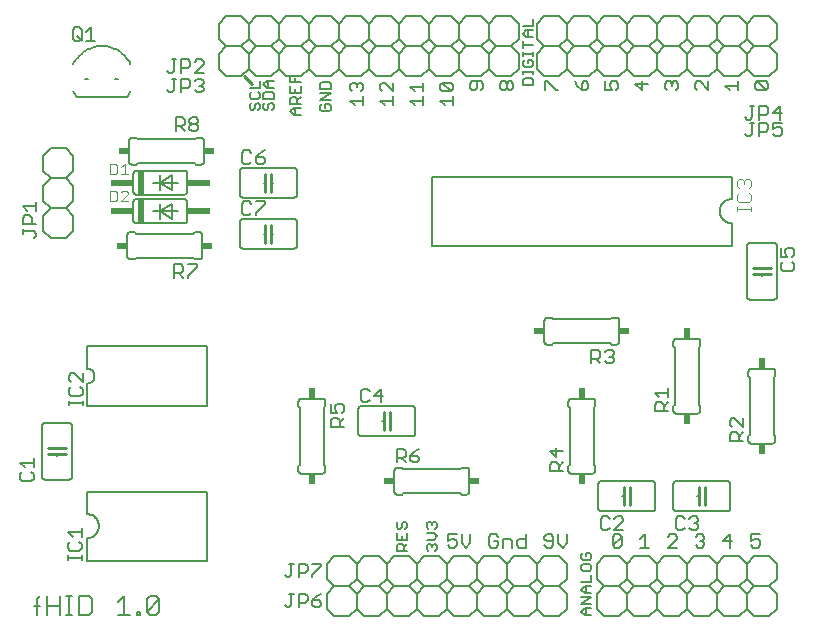
<source format=gtl>
G75*
G70*
%OFA0B0*%
%FSLAX24Y24*%
%IPPOS*%
%LPD*%
%AMOC8*
5,1,8,0,0,1.08239X$1,22.5*
%
%ADD10C,0.0100*%
%ADD11C,0.0060*%
%ADD12C,0.0050*%
%ADD13R,0.0240X0.0340*%
%ADD14R,0.0340X0.0240*%
%ADD15R,0.0200X0.0800*%
%ADD16R,0.0750X0.0200*%
%ADD17C,0.0040*%
D10*
X003886Y006050D02*
X004186Y006050D01*
X004486Y006050D01*
X004486Y006250D02*
X004186Y006250D01*
X003886Y006250D01*
X011136Y013100D02*
X011136Y013400D01*
X011136Y013700D01*
X011336Y013700D02*
X011336Y013400D01*
X011336Y013100D01*
X011336Y014800D02*
X011336Y015100D01*
X011336Y015400D01*
X011136Y015400D02*
X011136Y015100D01*
X011136Y014800D01*
X010686Y018400D02*
X010436Y018650D01*
X015086Y007450D02*
X015086Y007150D01*
X015086Y006850D01*
X015286Y006850D02*
X015286Y007150D01*
X015286Y007450D01*
X023086Y004950D02*
X023086Y004650D01*
X023086Y004350D01*
X023286Y004350D02*
X023286Y004650D01*
X023286Y004950D01*
X025586Y004950D02*
X025586Y004650D01*
X025586Y004350D01*
X025786Y004350D02*
X025786Y004650D01*
X025786Y004950D01*
X027386Y012050D02*
X027686Y012050D01*
X027986Y012050D01*
X027986Y012250D02*
X027686Y012250D01*
X027386Y012250D01*
D11*
X003630Y001000D02*
X003416Y001000D01*
X003523Y001214D02*
X003523Y000680D01*
X003846Y000680D02*
X003846Y001321D01*
X003630Y001321D02*
X003523Y001214D01*
X003846Y001000D02*
X004273Y001000D01*
X004273Y000680D02*
X004273Y001321D01*
X004491Y001321D02*
X004704Y001321D01*
X004597Y001321D02*
X004597Y000680D01*
X004491Y000680D02*
X004704Y000680D01*
X004920Y000680D02*
X005241Y000680D01*
X005347Y000787D01*
X005347Y001214D01*
X005241Y001321D01*
X004920Y001321D01*
X004920Y000680D01*
X006209Y000680D02*
X006636Y000680D01*
X006423Y000680D02*
X006423Y001321D01*
X006209Y001107D01*
X006854Y000787D02*
X006961Y000787D01*
X006961Y000680D01*
X006854Y000680D01*
X006854Y000787D01*
X007176Y000787D02*
X007176Y001214D01*
X007283Y001321D01*
X007496Y001321D01*
X007603Y001214D01*
X007176Y000787D01*
X007283Y000680D01*
X007496Y000680D01*
X007603Y000787D01*
X007603Y001214D01*
X009186Y002500D02*
X009186Y004800D01*
X005186Y004800D01*
X005186Y004050D01*
X005225Y004048D01*
X005264Y004042D01*
X005302Y004033D01*
X005339Y004020D01*
X005375Y004003D01*
X005408Y003983D01*
X005440Y003959D01*
X005469Y003933D01*
X005495Y003904D01*
X005519Y003872D01*
X005539Y003839D01*
X005556Y003803D01*
X005569Y003766D01*
X005578Y003728D01*
X005584Y003689D01*
X005586Y003650D01*
X005584Y003611D01*
X005578Y003572D01*
X005569Y003534D01*
X005556Y003497D01*
X005539Y003461D01*
X005519Y003428D01*
X005495Y003396D01*
X005469Y003367D01*
X005440Y003341D01*
X005408Y003317D01*
X005375Y003297D01*
X005339Y003280D01*
X005302Y003267D01*
X005264Y003258D01*
X005225Y003252D01*
X005186Y003250D01*
X005186Y002500D01*
X009186Y002500D01*
X013186Y002400D02*
X013186Y001900D01*
X013436Y001650D01*
X013936Y001650D01*
X014186Y001900D01*
X014436Y001650D01*
X014936Y001650D01*
X015186Y001900D01*
X015186Y002400D01*
X014936Y002650D01*
X014436Y002650D01*
X014186Y002400D01*
X014186Y001900D01*
X013936Y001650D02*
X014186Y001400D01*
X014436Y001650D01*
X014936Y001650D01*
X015186Y001400D01*
X015186Y000900D01*
X014936Y000650D01*
X014436Y000650D01*
X014186Y000900D01*
X013936Y000650D01*
X013436Y000650D01*
X013186Y000900D01*
X013186Y001400D01*
X013436Y001650D01*
X013936Y001650D01*
X014186Y001400D02*
X014186Y000900D01*
X015186Y000900D02*
X015436Y000650D01*
X015936Y000650D01*
X016186Y000900D01*
X016436Y000650D01*
X016936Y000650D01*
X017186Y000900D01*
X017436Y000650D01*
X017936Y000650D01*
X018186Y000900D01*
X018186Y001400D01*
X017936Y001650D01*
X017436Y001650D01*
X017186Y001900D01*
X016936Y001650D01*
X016436Y001650D01*
X016186Y001900D01*
X015936Y001650D01*
X015436Y001650D01*
X015186Y001900D01*
X015436Y001650D02*
X015936Y001650D01*
X016186Y001400D01*
X016436Y001650D01*
X016936Y001650D01*
X017186Y001400D01*
X017436Y001650D01*
X017936Y001650D01*
X018186Y001900D01*
X018186Y002400D01*
X017936Y002650D01*
X017436Y002650D01*
X017186Y002400D01*
X017186Y001900D01*
X017186Y001400D02*
X017186Y000900D01*
X016186Y000900D02*
X016186Y001400D01*
X016186Y001900D02*
X016186Y002400D01*
X016436Y002650D01*
X016936Y002650D01*
X017186Y002400D01*
X017290Y002930D02*
X017216Y003003D01*
X017290Y002930D02*
X017436Y002930D01*
X017510Y003003D01*
X017510Y003150D01*
X017436Y003224D01*
X017363Y003224D01*
X017216Y003150D01*
X017216Y003370D01*
X017510Y003370D01*
X017677Y003370D02*
X017677Y003077D01*
X017823Y002930D01*
X017970Y003077D01*
X017970Y003370D01*
X018597Y003297D02*
X018597Y003003D01*
X018671Y002930D01*
X018818Y002930D01*
X018891Y003003D01*
X018891Y003150D01*
X018744Y003150D01*
X018597Y003297D02*
X018671Y003370D01*
X018818Y003370D01*
X018891Y003297D01*
X019058Y003224D02*
X019278Y003224D01*
X019351Y003150D01*
X019351Y002930D01*
X019518Y003003D02*
X019518Y003150D01*
X019592Y003224D01*
X019812Y003224D01*
X019812Y003370D02*
X019812Y002930D01*
X019592Y002930D01*
X019518Y003003D01*
X019436Y002650D02*
X019186Y002400D01*
X019186Y001900D01*
X019436Y001650D01*
X019936Y001650D01*
X020186Y001900D01*
X020436Y001650D01*
X020936Y001650D01*
X021186Y001900D01*
X021186Y002400D01*
X020936Y002650D01*
X020436Y002650D01*
X020186Y002400D01*
X020186Y001900D01*
X019936Y001650D02*
X020186Y001400D01*
X020436Y001650D01*
X020936Y001650D01*
X021186Y001400D01*
X021186Y000900D01*
X020936Y000650D01*
X020436Y000650D01*
X020186Y000900D01*
X019936Y000650D01*
X019436Y000650D01*
X019186Y000900D01*
X018936Y000650D01*
X018436Y000650D01*
X018186Y000900D01*
X018186Y001400D02*
X018436Y001650D01*
X018186Y001900D01*
X018436Y001650D02*
X018936Y001650D01*
X019186Y001900D01*
X018936Y001650D02*
X019186Y001400D01*
X019436Y001650D01*
X019936Y001650D01*
X020186Y001400D02*
X020186Y000900D01*
X019186Y000900D02*
X019186Y001400D01*
X018936Y001650D02*
X018436Y001650D01*
X018186Y002400D02*
X018436Y002650D01*
X018936Y002650D01*
X019186Y002400D01*
X019436Y002650D02*
X019936Y002650D01*
X020186Y002400D01*
X020512Y002930D02*
X020659Y002930D01*
X020733Y003003D01*
X020733Y003297D01*
X020659Y003370D01*
X020512Y003370D01*
X020439Y003297D01*
X020439Y003224D01*
X020512Y003150D01*
X020733Y003150D01*
X020899Y003077D02*
X021046Y002930D01*
X021193Y003077D01*
X021193Y003370D01*
X020899Y003370D02*
X020899Y003077D01*
X020512Y002930D02*
X020439Y003003D01*
X021666Y002692D02*
X021666Y002578D01*
X021723Y002522D01*
X021950Y002522D01*
X022006Y002578D01*
X022006Y002692D01*
X021950Y002748D01*
X021836Y002748D01*
X021836Y002635D01*
X021723Y002748D02*
X021666Y002692D01*
X021723Y002380D02*
X021666Y002323D01*
X021666Y002210D01*
X021723Y002153D01*
X021950Y002153D01*
X022006Y002210D01*
X022006Y002323D01*
X021950Y002380D01*
X021723Y002380D01*
X022186Y002400D02*
X022436Y002650D01*
X022936Y002650D01*
X023186Y002400D01*
X023436Y002650D01*
X023936Y002650D01*
X024186Y002400D01*
X024186Y001900D01*
X023936Y001650D01*
X023436Y001650D01*
X023186Y001900D01*
X022936Y001650D01*
X022436Y001650D01*
X022186Y001900D01*
X022186Y002400D01*
X022006Y002012D02*
X022006Y001785D01*
X021666Y001785D01*
X021779Y001643D02*
X022006Y001643D01*
X021836Y001643D02*
X021836Y001417D01*
X021779Y001417D02*
X022006Y001417D01*
X022006Y001275D02*
X021666Y001275D01*
X021779Y001417D02*
X021666Y001530D01*
X021779Y001643D01*
X022006Y001275D02*
X021666Y001048D01*
X022006Y001048D01*
X022006Y000907D02*
X021779Y000907D01*
X021666Y000793D01*
X021779Y000680D01*
X022006Y000680D01*
X021836Y000680D02*
X021836Y000907D01*
X022186Y000900D02*
X022436Y000650D01*
X022936Y000650D01*
X023186Y000900D01*
X023436Y000650D01*
X023936Y000650D01*
X024186Y000900D01*
X024186Y001400D01*
X023936Y001650D01*
X023436Y001650D01*
X023186Y001400D01*
X023186Y000900D01*
X023186Y001400D02*
X022936Y001650D01*
X022436Y001650D01*
X022186Y001400D01*
X022186Y000900D01*
X023186Y001900D02*
X023186Y002400D01*
X022936Y002930D02*
X022790Y002930D01*
X022716Y003003D01*
X023010Y003297D01*
X023010Y003003D01*
X022936Y002930D01*
X022716Y003003D02*
X022716Y003297D01*
X022790Y003370D01*
X022936Y003370D01*
X023010Y003297D01*
X023637Y003224D02*
X023784Y003370D01*
X023784Y002930D01*
X023637Y002930D02*
X023931Y002930D01*
X024436Y002650D02*
X024936Y002650D01*
X025186Y002400D01*
X025436Y002650D01*
X025936Y002650D01*
X026186Y002400D01*
X026436Y002650D01*
X026936Y002650D01*
X027186Y002400D01*
X027436Y002650D01*
X027936Y002650D01*
X028186Y002400D01*
X028186Y001900D01*
X027936Y001650D01*
X027436Y001650D01*
X027186Y001900D01*
X026936Y001650D01*
X026436Y001650D01*
X026186Y001900D01*
X025936Y001650D01*
X025436Y001650D01*
X025186Y001900D01*
X024936Y001650D01*
X024436Y001650D01*
X024186Y001900D01*
X024436Y001650D02*
X024936Y001650D01*
X025186Y001400D01*
X025436Y001650D01*
X025936Y001650D01*
X026186Y001400D01*
X026436Y001650D01*
X026936Y001650D01*
X027186Y001400D01*
X027436Y001650D01*
X027936Y001650D01*
X028186Y001400D01*
X028186Y000900D01*
X027936Y000650D01*
X027436Y000650D01*
X027186Y000900D01*
X026936Y000650D01*
X026436Y000650D01*
X026186Y000900D01*
X025936Y000650D01*
X025436Y000650D01*
X025186Y000900D01*
X024936Y000650D01*
X024436Y000650D01*
X024186Y000900D01*
X024186Y001400D02*
X024436Y001650D01*
X025186Y001400D02*
X025186Y000900D01*
X026186Y000900D02*
X026186Y001400D01*
X026186Y001900D02*
X026186Y002400D01*
X026620Y002930D02*
X026620Y003370D01*
X026399Y003150D01*
X026693Y003150D01*
X027320Y003150D02*
X027467Y003224D01*
X027540Y003224D01*
X027614Y003150D01*
X027614Y003003D01*
X027540Y002930D01*
X027394Y002930D01*
X027320Y003003D01*
X027320Y003150D02*
X027320Y003370D01*
X027614Y003370D01*
X027186Y002400D02*
X027186Y001900D01*
X027186Y001400D02*
X027186Y000900D01*
X025186Y001900D02*
X025186Y002400D01*
X024851Y002930D02*
X024558Y002930D01*
X024851Y003224D01*
X024851Y003297D01*
X024778Y003370D01*
X024631Y003370D01*
X024558Y003297D01*
X024436Y002650D02*
X024186Y002400D01*
X025479Y003003D02*
X025552Y002930D01*
X025699Y002930D01*
X025772Y003003D01*
X025772Y003077D01*
X025699Y003150D01*
X025625Y003150D01*
X025699Y003150D02*
X025772Y003224D01*
X025772Y003297D01*
X025699Y003370D01*
X025552Y003370D01*
X025479Y003297D01*
X024836Y004150D02*
X026536Y004150D01*
X026553Y004152D01*
X026570Y004156D01*
X026586Y004163D01*
X026600Y004173D01*
X026613Y004186D01*
X026623Y004200D01*
X026630Y004216D01*
X026634Y004233D01*
X026636Y004250D01*
X026636Y005050D01*
X026634Y005067D01*
X026630Y005084D01*
X026623Y005100D01*
X026613Y005114D01*
X026600Y005127D01*
X026586Y005137D01*
X026570Y005144D01*
X026553Y005148D01*
X026536Y005150D01*
X024836Y005150D01*
X024819Y005148D01*
X024802Y005144D01*
X024786Y005137D01*
X024772Y005127D01*
X024759Y005114D01*
X024749Y005100D01*
X024742Y005084D01*
X024738Y005067D01*
X024736Y005050D01*
X024736Y004250D01*
X024738Y004233D01*
X024742Y004216D01*
X024749Y004200D01*
X024759Y004186D01*
X024772Y004173D01*
X024786Y004163D01*
X024802Y004156D01*
X024819Y004152D01*
X024836Y004150D01*
X025536Y004650D02*
X025586Y004650D01*
X025786Y004650D02*
X025836Y004650D01*
X024136Y004250D02*
X024136Y005050D01*
X024134Y005067D01*
X024130Y005084D01*
X024123Y005100D01*
X024113Y005114D01*
X024100Y005127D01*
X024086Y005137D01*
X024070Y005144D01*
X024053Y005148D01*
X024036Y005150D01*
X022336Y005150D01*
X022319Y005148D01*
X022302Y005144D01*
X022286Y005137D01*
X022272Y005127D01*
X022259Y005114D01*
X022249Y005100D01*
X022242Y005084D01*
X022238Y005067D01*
X022236Y005050D01*
X022236Y004250D01*
X022238Y004233D01*
X022242Y004216D01*
X022249Y004200D01*
X022259Y004186D01*
X022272Y004173D01*
X022286Y004163D01*
X022302Y004156D01*
X022319Y004152D01*
X022336Y004150D01*
X024036Y004150D01*
X024053Y004152D01*
X024070Y004156D01*
X024086Y004163D01*
X024100Y004173D01*
X024113Y004186D01*
X024123Y004200D01*
X024130Y004216D01*
X024134Y004233D01*
X024136Y004250D01*
X023336Y004650D02*
X023286Y004650D01*
X023086Y004650D02*
X023036Y004650D01*
X022136Y005500D02*
X022136Y005650D01*
X022086Y005700D01*
X022086Y007600D01*
X022136Y007650D01*
X022136Y007800D01*
X022134Y007817D01*
X022130Y007834D01*
X022123Y007850D01*
X022113Y007864D01*
X022100Y007877D01*
X022086Y007887D01*
X022070Y007894D01*
X022053Y007898D01*
X022036Y007900D01*
X021336Y007900D01*
X021319Y007898D01*
X021302Y007894D01*
X021286Y007887D01*
X021272Y007877D01*
X021259Y007864D01*
X021249Y007850D01*
X021242Y007834D01*
X021238Y007817D01*
X021236Y007800D01*
X021236Y007650D01*
X021286Y007600D01*
X021286Y005700D01*
X021236Y005650D01*
X021236Y005500D01*
X021238Y005483D01*
X021242Y005466D01*
X021249Y005450D01*
X021259Y005436D01*
X021272Y005423D01*
X021286Y005413D01*
X021302Y005406D01*
X021319Y005402D01*
X021336Y005400D01*
X022036Y005400D01*
X022053Y005402D01*
X022070Y005406D01*
X022086Y005413D01*
X022100Y005423D01*
X022113Y005436D01*
X022123Y005450D01*
X022130Y005466D01*
X022134Y005483D01*
X022136Y005500D01*
X024836Y007400D02*
X025536Y007400D01*
X025553Y007402D01*
X025570Y007406D01*
X025586Y007413D01*
X025600Y007423D01*
X025613Y007436D01*
X025623Y007450D01*
X025630Y007466D01*
X025634Y007483D01*
X025636Y007500D01*
X025636Y007650D01*
X025586Y007700D01*
X025586Y009600D01*
X025636Y009650D01*
X025636Y009800D01*
X025634Y009817D01*
X025630Y009834D01*
X025623Y009850D01*
X025613Y009864D01*
X025600Y009877D01*
X025586Y009887D01*
X025570Y009894D01*
X025553Y009898D01*
X025536Y009900D01*
X024836Y009900D01*
X024819Y009898D01*
X024802Y009894D01*
X024786Y009887D01*
X024772Y009877D01*
X024759Y009864D01*
X024749Y009850D01*
X024742Y009834D01*
X024738Y009817D01*
X024736Y009800D01*
X024736Y009650D01*
X024786Y009600D01*
X024786Y007700D01*
X024736Y007650D01*
X024736Y007500D01*
X024738Y007483D01*
X024742Y007466D01*
X024749Y007450D01*
X024759Y007436D01*
X024772Y007423D01*
X024786Y007413D01*
X024802Y007406D01*
X024819Y007402D01*
X024836Y007400D01*
X027236Y006650D02*
X027236Y006500D01*
X027238Y006483D01*
X027242Y006466D01*
X027249Y006450D01*
X027259Y006436D01*
X027272Y006423D01*
X027286Y006413D01*
X027302Y006406D01*
X027319Y006402D01*
X027336Y006400D01*
X028036Y006400D01*
X028053Y006402D01*
X028070Y006406D01*
X028086Y006413D01*
X028100Y006423D01*
X028113Y006436D01*
X028123Y006450D01*
X028130Y006466D01*
X028134Y006483D01*
X028136Y006500D01*
X028136Y006650D01*
X028086Y006700D01*
X028086Y008600D01*
X028136Y008650D01*
X028136Y008800D01*
X028134Y008817D01*
X028130Y008834D01*
X028123Y008850D01*
X028113Y008864D01*
X028100Y008877D01*
X028086Y008887D01*
X028070Y008894D01*
X028053Y008898D01*
X028036Y008900D01*
X027336Y008900D01*
X027319Y008898D01*
X027302Y008894D01*
X027286Y008887D01*
X027272Y008877D01*
X027259Y008864D01*
X027249Y008850D01*
X027242Y008834D01*
X027238Y008817D01*
X027236Y008800D01*
X027236Y008650D01*
X027286Y008600D01*
X027286Y006700D01*
X027236Y006650D01*
X022936Y009800D02*
X022936Y010500D01*
X022934Y010517D01*
X022930Y010534D01*
X022923Y010550D01*
X022913Y010564D01*
X022900Y010577D01*
X022886Y010587D01*
X022870Y010594D01*
X022853Y010598D01*
X022836Y010600D01*
X022686Y010600D01*
X022636Y010550D01*
X020736Y010550D01*
X020686Y010600D01*
X020536Y010600D01*
X020519Y010598D01*
X020502Y010594D01*
X020486Y010587D01*
X020472Y010577D01*
X020459Y010564D01*
X020449Y010550D01*
X020442Y010534D01*
X020438Y010517D01*
X020436Y010500D01*
X020436Y009800D01*
X020438Y009783D01*
X020442Y009766D01*
X020449Y009750D01*
X020459Y009736D01*
X020472Y009723D01*
X020486Y009713D01*
X020502Y009706D01*
X020519Y009702D01*
X020536Y009700D01*
X020686Y009700D01*
X020736Y009750D01*
X022636Y009750D01*
X022686Y009700D01*
X022836Y009700D01*
X022853Y009702D01*
X022870Y009706D01*
X022886Y009713D01*
X022900Y009723D01*
X022913Y009736D01*
X022923Y009750D01*
X022930Y009766D01*
X022934Y009783D01*
X022936Y009800D01*
X027186Y011300D02*
X027186Y013000D01*
X027188Y013017D01*
X027192Y013034D01*
X027199Y013050D01*
X027209Y013064D01*
X027222Y013077D01*
X027236Y013087D01*
X027252Y013094D01*
X027269Y013098D01*
X027286Y013100D01*
X028086Y013100D01*
X028103Y013098D01*
X028120Y013094D01*
X028136Y013087D01*
X028150Y013077D01*
X028163Y013064D01*
X028173Y013050D01*
X028180Y013034D01*
X028184Y013017D01*
X028186Y013000D01*
X028186Y011300D01*
X028184Y011283D01*
X028180Y011266D01*
X028173Y011250D01*
X028163Y011236D01*
X028150Y011223D01*
X028136Y011213D01*
X028120Y011206D01*
X028103Y011202D01*
X028086Y011200D01*
X027286Y011200D01*
X027269Y011202D01*
X027252Y011206D01*
X027236Y011213D01*
X027222Y011223D01*
X027209Y011236D01*
X027199Y011250D01*
X027192Y011266D01*
X027188Y011283D01*
X027186Y011300D01*
X027686Y012000D02*
X027686Y012050D01*
X027686Y012250D02*
X027686Y012300D01*
X026686Y013000D02*
X026686Y013750D01*
X026647Y013752D01*
X026608Y013758D01*
X026570Y013767D01*
X026533Y013780D01*
X026497Y013797D01*
X026464Y013817D01*
X026432Y013841D01*
X026403Y013867D01*
X026377Y013896D01*
X026353Y013928D01*
X026333Y013961D01*
X026316Y013997D01*
X026303Y014034D01*
X026294Y014072D01*
X026288Y014111D01*
X026286Y014150D01*
X026288Y014189D01*
X026294Y014228D01*
X026303Y014266D01*
X026316Y014303D01*
X026333Y014339D01*
X026353Y014372D01*
X026377Y014404D01*
X026403Y014433D01*
X026432Y014459D01*
X026464Y014483D01*
X026497Y014503D01*
X026533Y014520D01*
X026570Y014533D01*
X026608Y014542D01*
X026647Y014548D01*
X026686Y014550D01*
X026686Y015300D01*
X016686Y015300D01*
X016686Y013000D01*
X026686Y013000D01*
X026613Y018180D02*
X026466Y018327D01*
X026906Y018327D01*
X026906Y018180D02*
X026906Y018474D01*
X026936Y018650D02*
X026436Y018650D01*
X026186Y018900D01*
X025936Y018650D01*
X025436Y018650D01*
X025186Y018900D01*
X024936Y018650D01*
X024436Y018650D01*
X024186Y018900D01*
X023936Y018650D01*
X023436Y018650D01*
X023186Y018900D01*
X022936Y018650D01*
X022436Y018650D01*
X022186Y018900D01*
X021936Y018650D01*
X021436Y018650D01*
X021186Y018900D01*
X020936Y018650D01*
X020436Y018650D01*
X020186Y018900D01*
X020186Y019400D01*
X020436Y019650D01*
X020936Y019650D01*
X021186Y019400D01*
X021436Y019650D01*
X021936Y019650D01*
X022186Y019400D01*
X022186Y018900D01*
X022466Y018474D02*
X022466Y018180D01*
X022686Y018180D01*
X022613Y018327D01*
X022613Y018400D01*
X022686Y018474D01*
X022833Y018474D01*
X022906Y018400D01*
X022906Y018253D01*
X022833Y018180D01*
X023466Y018400D02*
X023686Y018180D01*
X023686Y018474D01*
X023906Y018400D02*
X023466Y018400D01*
X023186Y018900D02*
X023186Y019400D01*
X023436Y019650D01*
X023936Y019650D01*
X024186Y019400D01*
X024436Y019650D01*
X024936Y019650D01*
X025186Y019400D01*
X025186Y018900D01*
X024833Y018474D02*
X024760Y018474D01*
X024686Y018400D01*
X024686Y018327D01*
X024686Y018400D02*
X024613Y018474D01*
X024539Y018474D01*
X024466Y018400D01*
X024466Y018253D01*
X024539Y018180D01*
X024833Y018180D02*
X024906Y018253D01*
X024906Y018400D01*
X024833Y018474D01*
X025466Y018400D02*
X025466Y018253D01*
X025539Y018180D01*
X025466Y018400D02*
X025539Y018474D01*
X025613Y018474D01*
X025906Y018180D01*
X025906Y018474D01*
X026186Y018900D02*
X026186Y019400D01*
X026436Y019650D01*
X026936Y019650D01*
X027186Y019400D01*
X027436Y019650D01*
X027936Y019650D01*
X028186Y019400D01*
X028186Y018900D01*
X027936Y018650D01*
X027436Y018650D01*
X027186Y018900D01*
X026936Y018650D01*
X027186Y018900D02*
X027186Y019400D01*
X026936Y019650D02*
X026436Y019650D01*
X026186Y019900D01*
X025936Y019650D01*
X026186Y019400D01*
X025936Y019650D02*
X025436Y019650D01*
X025186Y019400D01*
X024936Y019650D02*
X024436Y019650D01*
X024186Y019900D01*
X023936Y019650D01*
X023436Y019650D01*
X023186Y019900D01*
X022936Y019650D01*
X023186Y019400D01*
X022936Y019650D02*
X022436Y019650D01*
X022186Y019400D01*
X021936Y019650D02*
X021436Y019650D01*
X021186Y019900D01*
X020936Y019650D01*
X020436Y019650D01*
X020186Y019900D01*
X020186Y020400D01*
X020436Y020650D01*
X020936Y020650D01*
X021186Y020400D01*
X021436Y020650D01*
X021936Y020650D01*
X022186Y020400D01*
X022186Y019900D01*
X021936Y019650D01*
X022186Y019900D02*
X022436Y019650D01*
X022936Y019650D01*
X023186Y019900D02*
X023186Y020400D01*
X023436Y020650D01*
X023936Y020650D01*
X024186Y020400D01*
X024436Y020650D01*
X024936Y020650D01*
X025186Y020400D01*
X025186Y019900D01*
X024936Y019650D01*
X025186Y019900D02*
X025436Y019650D01*
X025936Y019650D01*
X026186Y019900D02*
X026186Y020400D01*
X026436Y020650D01*
X026936Y020650D01*
X027186Y020400D01*
X027436Y020650D01*
X027936Y020650D01*
X028186Y020400D01*
X028186Y019900D01*
X027936Y019650D01*
X027436Y019650D01*
X027186Y019900D01*
X026936Y019650D01*
X027186Y019900D02*
X027186Y020400D01*
X026186Y020400D02*
X025936Y020650D01*
X025436Y020650D01*
X025186Y020400D01*
X024186Y020400D02*
X024186Y019900D01*
X024186Y019400D02*
X024186Y018900D01*
X023186Y020400D02*
X022936Y020650D01*
X022436Y020650D01*
X022186Y020400D01*
X021186Y020400D02*
X021186Y019900D01*
X021186Y019400D02*
X021186Y018900D01*
X021466Y018474D02*
X021539Y018327D01*
X021686Y018180D01*
X021686Y018400D01*
X021760Y018474D01*
X021833Y018474D01*
X021906Y018400D01*
X021906Y018253D01*
X021833Y018180D01*
X021686Y018180D01*
X020906Y018180D02*
X020833Y018180D01*
X020539Y018474D01*
X020466Y018474D01*
X020466Y018180D01*
X020056Y018347D02*
X020056Y018517D01*
X020000Y018574D01*
X019773Y018574D01*
X019716Y018517D01*
X019716Y018347D01*
X020056Y018347D01*
X020056Y018716D02*
X020056Y018829D01*
X020056Y018772D02*
X019716Y018772D01*
X019716Y018716D02*
X019716Y018829D01*
X019773Y018961D02*
X020000Y018961D01*
X020056Y019018D01*
X020056Y019131D01*
X020000Y019188D01*
X019886Y019188D01*
X019886Y019075D01*
X019773Y019188D02*
X019716Y019131D01*
X019716Y019018D01*
X019773Y018961D01*
X019586Y018900D02*
X019336Y018650D01*
X018836Y018650D01*
X018586Y018900D01*
X018336Y018650D01*
X017836Y018650D01*
X017586Y018900D01*
X017586Y019400D01*
X017836Y019650D01*
X018336Y019650D01*
X018586Y019400D01*
X018836Y019650D01*
X019336Y019650D01*
X019586Y019400D01*
X019586Y018900D01*
X019716Y019330D02*
X019716Y019443D01*
X019716Y019386D02*
X020056Y019386D01*
X020056Y019330D02*
X020056Y019443D01*
X020056Y019688D02*
X019716Y019688D01*
X019716Y019575D02*
X019716Y019802D01*
X019586Y019900D02*
X019336Y019650D01*
X018836Y019650D01*
X018586Y019900D01*
X018336Y019650D01*
X017836Y019650D01*
X017586Y019900D01*
X017586Y020400D01*
X017836Y020650D01*
X018336Y020650D01*
X018586Y020400D01*
X018836Y020650D01*
X019336Y020650D01*
X019586Y020400D01*
X019586Y019900D01*
X019716Y020057D02*
X019829Y020170D01*
X020056Y020170D01*
X020056Y020312D02*
X019716Y020312D01*
X019886Y020170D02*
X019886Y019943D01*
X019829Y019943D02*
X019716Y020057D01*
X019829Y019943D02*
X020056Y019943D01*
X020056Y020312D02*
X020056Y020539D01*
X018586Y020400D02*
X018586Y019900D01*
X018586Y019400D02*
X018586Y018900D01*
X018333Y018474D02*
X018039Y018474D01*
X017966Y018400D01*
X017966Y018253D01*
X018039Y018180D01*
X018113Y018180D01*
X018186Y018253D01*
X018186Y018474D01*
X018333Y018474D02*
X018406Y018400D01*
X018406Y018253D01*
X018333Y018180D01*
X018966Y018253D02*
X018966Y018400D01*
X019039Y018474D01*
X019113Y018474D01*
X019186Y018400D01*
X019186Y018253D01*
X019113Y018180D01*
X019039Y018180D01*
X018966Y018253D01*
X019186Y018253D02*
X019260Y018180D01*
X019333Y018180D01*
X019406Y018253D01*
X019406Y018400D01*
X019333Y018474D01*
X019260Y018474D01*
X019186Y018400D01*
X017586Y018900D02*
X017336Y018650D01*
X016836Y018650D01*
X016586Y018900D01*
X016336Y018650D01*
X015836Y018650D01*
X015586Y018900D01*
X015336Y018650D01*
X014836Y018650D01*
X014586Y018900D01*
X014586Y019400D01*
X014836Y019650D01*
X015336Y019650D01*
X015586Y019400D01*
X015836Y019650D01*
X016336Y019650D01*
X016586Y019400D01*
X016836Y019650D01*
X017336Y019650D01*
X017586Y019400D01*
X017336Y019650D02*
X016836Y019650D01*
X016586Y019900D01*
X016336Y019650D01*
X015836Y019650D01*
X015586Y019900D01*
X015336Y019650D01*
X014836Y019650D01*
X014586Y019900D01*
X014586Y020400D01*
X014836Y020650D01*
X015336Y020650D01*
X015586Y020400D01*
X015836Y020650D01*
X016336Y020650D01*
X016586Y020400D01*
X016836Y020650D01*
X017336Y020650D01*
X017586Y020400D01*
X017586Y019900D02*
X017336Y019650D01*
X016586Y019900D02*
X016586Y020400D01*
X015586Y020400D02*
X015586Y019900D01*
X015586Y019400D02*
X015586Y018900D01*
X015406Y018434D02*
X015406Y018140D01*
X015113Y018434D01*
X015039Y018434D01*
X014966Y018361D01*
X014966Y018214D01*
X015039Y018140D01*
X015406Y017974D02*
X015406Y017680D01*
X015406Y017827D02*
X014966Y017827D01*
X015113Y017680D01*
X014406Y017680D02*
X014406Y017974D01*
X014406Y017827D02*
X013966Y017827D01*
X014113Y017680D01*
X014039Y018140D02*
X013966Y018214D01*
X013966Y018361D01*
X014039Y018434D01*
X014113Y018434D01*
X014186Y018361D01*
X014260Y018434D01*
X014333Y018434D01*
X014406Y018361D01*
X014406Y018214D01*
X014333Y018140D01*
X014186Y018287D02*
X014186Y018361D01*
X014336Y018650D02*
X013836Y018650D01*
X013586Y018900D01*
X013336Y018650D01*
X012836Y018650D01*
X012586Y018900D01*
X012336Y018650D01*
X011836Y018650D01*
X011586Y018900D01*
X011586Y019400D01*
X011836Y019650D01*
X012336Y019650D01*
X012586Y019400D01*
X012836Y019650D01*
X013336Y019650D01*
X013586Y019400D01*
X013836Y019650D01*
X014336Y019650D01*
X014586Y019400D01*
X014336Y019650D02*
X013836Y019650D01*
X013586Y019900D01*
X013336Y019650D01*
X012836Y019650D01*
X012586Y019900D01*
X012336Y019650D01*
X011836Y019650D01*
X011586Y019900D01*
X011586Y020400D01*
X011836Y020650D01*
X012336Y020650D01*
X012586Y020400D01*
X012836Y020650D01*
X013336Y020650D01*
X013586Y020400D01*
X013836Y020650D01*
X014336Y020650D01*
X014586Y020400D01*
X014586Y019900D02*
X014336Y019650D01*
X013586Y019900D02*
X013586Y020400D01*
X012586Y020400D02*
X012586Y019900D01*
X012586Y019400D02*
X012586Y018900D01*
X013586Y018900D02*
X013586Y019400D01*
X014336Y018650D02*
X014586Y018900D01*
X015966Y018287D02*
X016406Y018287D01*
X016406Y018140D02*
X016406Y018434D01*
X016113Y018140D02*
X015966Y018287D01*
X016406Y017974D02*
X016406Y017680D01*
X016406Y017827D02*
X015966Y017827D01*
X016113Y017680D01*
X016966Y017827D02*
X017406Y017827D01*
X017406Y017680D02*
X017406Y017974D01*
X017333Y018140D02*
X017039Y018140D01*
X016966Y018214D01*
X016966Y018361D01*
X017039Y018434D01*
X017333Y018140D01*
X017406Y018214D01*
X017406Y018361D01*
X017333Y018434D01*
X017039Y018434D01*
X016586Y018900D02*
X016586Y019400D01*
X016966Y017827D02*
X017113Y017680D01*
X012186Y015500D02*
X012186Y014700D01*
X012184Y014683D01*
X012180Y014666D01*
X012173Y014650D01*
X012163Y014636D01*
X012150Y014623D01*
X012136Y014613D01*
X012120Y014606D01*
X012103Y014602D01*
X012086Y014600D01*
X010386Y014600D01*
X010369Y014602D01*
X010352Y014606D01*
X010336Y014613D01*
X010322Y014623D01*
X010309Y014636D01*
X010299Y014650D01*
X010292Y014666D01*
X010288Y014683D01*
X010286Y014700D01*
X010286Y015500D01*
X010288Y015517D01*
X010292Y015534D01*
X010299Y015550D01*
X010309Y015564D01*
X010322Y015577D01*
X010336Y015587D01*
X010352Y015594D01*
X010369Y015598D01*
X010386Y015600D01*
X012086Y015600D01*
X012103Y015598D01*
X012120Y015594D01*
X012136Y015587D01*
X012150Y015577D01*
X012163Y015564D01*
X012173Y015550D01*
X012180Y015534D01*
X012184Y015517D01*
X012186Y015500D01*
X011386Y015100D02*
X011336Y015100D01*
X011136Y015100D02*
X011086Y015100D01*
X010386Y013900D02*
X012086Y013900D01*
X012103Y013898D01*
X012120Y013894D01*
X012136Y013887D01*
X012150Y013877D01*
X012163Y013864D01*
X012173Y013850D01*
X012180Y013834D01*
X012184Y013817D01*
X012186Y013800D01*
X012186Y013000D01*
X012184Y012983D01*
X012180Y012966D01*
X012173Y012950D01*
X012163Y012936D01*
X012150Y012923D01*
X012136Y012913D01*
X012120Y012906D01*
X012103Y012902D01*
X012086Y012900D01*
X010386Y012900D01*
X010369Y012902D01*
X010352Y012906D01*
X010336Y012913D01*
X010322Y012923D01*
X010309Y012936D01*
X010299Y012950D01*
X010292Y012966D01*
X010288Y012983D01*
X010286Y013000D01*
X010286Y013800D01*
X010288Y013817D01*
X010292Y013834D01*
X010299Y013850D01*
X010309Y013864D01*
X010322Y013877D01*
X010336Y013887D01*
X010352Y013894D01*
X010369Y013898D01*
X010386Y013900D01*
X011086Y013400D02*
X011136Y013400D01*
X011336Y013400D02*
X011386Y013400D01*
X009036Y013350D02*
X009036Y012650D01*
X009034Y012633D01*
X009030Y012616D01*
X009023Y012600D01*
X009013Y012586D01*
X009000Y012573D01*
X008986Y012563D01*
X008970Y012556D01*
X008953Y012552D01*
X008936Y012550D01*
X008786Y012550D01*
X008736Y012600D01*
X006836Y012600D01*
X006786Y012550D01*
X006636Y012550D01*
X006619Y012552D01*
X006602Y012556D01*
X006586Y012563D01*
X006572Y012573D01*
X006559Y012586D01*
X006549Y012600D01*
X006542Y012616D01*
X006538Y012633D01*
X006536Y012650D01*
X006536Y013350D01*
X006538Y013367D01*
X006542Y013384D01*
X006549Y013400D01*
X006559Y013414D01*
X006572Y013427D01*
X006586Y013437D01*
X006602Y013444D01*
X006619Y013448D01*
X006636Y013450D01*
X006786Y013450D01*
X006836Y013400D01*
X008736Y013400D01*
X008786Y013450D01*
X008936Y013450D01*
X008953Y013448D01*
X008970Y013444D01*
X008986Y013437D01*
X009000Y013427D01*
X009013Y013414D01*
X009023Y013400D01*
X009030Y013384D01*
X009034Y013367D01*
X009036Y013350D01*
X008436Y013750D02*
X006836Y013750D01*
X006819Y013752D01*
X006802Y013756D01*
X006786Y013763D01*
X006772Y013773D01*
X006759Y013786D01*
X006749Y013800D01*
X006742Y013816D01*
X006738Y013833D01*
X006736Y013850D01*
X006736Y014450D01*
X006738Y014467D01*
X006742Y014484D01*
X006749Y014500D01*
X006759Y014514D01*
X006772Y014527D01*
X006786Y014537D01*
X006802Y014544D01*
X006819Y014548D01*
X006836Y014550D01*
X008436Y014550D01*
X008453Y014548D01*
X008470Y014544D01*
X008486Y014537D01*
X008500Y014527D01*
X008513Y014514D01*
X008523Y014500D01*
X008530Y014484D01*
X008534Y014467D01*
X008536Y014450D01*
X008536Y013850D01*
X008534Y013833D01*
X008530Y013816D01*
X008523Y013800D01*
X008513Y013786D01*
X008500Y013773D01*
X008486Y013763D01*
X008470Y013756D01*
X008453Y013752D01*
X008436Y013750D01*
X008036Y013900D02*
X007636Y014150D01*
X007636Y013900D01*
X007636Y014150D02*
X007386Y014150D01*
X007636Y014150D02*
X007636Y014400D01*
X007636Y014150D02*
X008036Y014400D01*
X008036Y013900D01*
X008236Y014150D02*
X007636Y014150D01*
X007636Y014850D02*
X007636Y015100D01*
X007636Y015350D01*
X007636Y015100D02*
X008036Y015350D01*
X008036Y014850D01*
X007636Y015100D01*
X008236Y015100D01*
X008536Y014800D02*
X008534Y014783D01*
X008530Y014766D01*
X008523Y014750D01*
X008513Y014736D01*
X008500Y014723D01*
X008486Y014713D01*
X008470Y014706D01*
X008453Y014702D01*
X008436Y014700D01*
X006836Y014700D01*
X006819Y014702D01*
X006802Y014706D01*
X006786Y014713D01*
X006772Y014723D01*
X006759Y014736D01*
X006749Y014750D01*
X006742Y014766D01*
X006738Y014783D01*
X006736Y014800D01*
X006736Y015400D01*
X006738Y015417D01*
X006742Y015434D01*
X006749Y015450D01*
X006759Y015464D01*
X006772Y015477D01*
X006786Y015487D01*
X006802Y015494D01*
X006819Y015498D01*
X006836Y015500D01*
X008436Y015500D01*
X008453Y015498D01*
X008470Y015494D01*
X008486Y015487D01*
X008500Y015477D01*
X008513Y015464D01*
X008523Y015450D01*
X008530Y015434D01*
X008534Y015417D01*
X008536Y015400D01*
X008536Y014800D01*
X007636Y015100D02*
X007386Y015100D01*
X006836Y015700D02*
X006686Y015700D01*
X006669Y015702D01*
X006652Y015706D01*
X006636Y015713D01*
X006622Y015723D01*
X006609Y015736D01*
X006599Y015750D01*
X006592Y015766D01*
X006588Y015783D01*
X006586Y015800D01*
X006586Y016500D01*
X006588Y016517D01*
X006592Y016534D01*
X006599Y016550D01*
X006609Y016564D01*
X006622Y016577D01*
X006636Y016587D01*
X006652Y016594D01*
X006669Y016598D01*
X006686Y016600D01*
X006836Y016600D01*
X006886Y016550D01*
X008786Y016550D01*
X008836Y016600D01*
X008986Y016600D01*
X009003Y016598D01*
X009020Y016594D01*
X009036Y016587D01*
X009050Y016577D01*
X009063Y016564D01*
X009073Y016550D01*
X009080Y016534D01*
X009084Y016517D01*
X009086Y016500D01*
X009086Y015800D01*
X009084Y015783D01*
X009080Y015766D01*
X009073Y015750D01*
X009063Y015736D01*
X009050Y015723D01*
X009036Y015713D01*
X009020Y015706D01*
X009003Y015702D01*
X008986Y015700D01*
X008836Y015700D01*
X008786Y015750D01*
X006886Y015750D01*
X006836Y015700D01*
X004736Y015500D02*
X004486Y015250D01*
X004736Y015000D01*
X004736Y014500D01*
X004486Y014250D01*
X004736Y014000D01*
X004736Y013500D01*
X004486Y013250D01*
X003986Y013250D01*
X003736Y013500D01*
X003736Y014000D01*
X003986Y014250D01*
X003736Y014500D01*
X003736Y015000D01*
X003986Y015250D01*
X003736Y015500D01*
X003736Y016000D01*
X003986Y016250D01*
X004486Y016250D01*
X004736Y016000D01*
X004736Y015500D01*
X004486Y015250D02*
X003986Y015250D01*
X003986Y014250D02*
X004486Y014250D01*
X004861Y017950D02*
X006511Y017950D01*
X006239Y018550D02*
X006134Y018550D01*
X006640Y018162D02*
X006613Y018106D01*
X006582Y018052D01*
X006548Y018000D01*
X006511Y017950D01*
X006636Y019047D02*
X006607Y019104D01*
X006574Y019160D01*
X006539Y019213D01*
X006499Y019264D01*
X006457Y019312D01*
X006412Y019358D01*
X006365Y019401D01*
X006315Y019441D01*
X006262Y019478D01*
X006207Y019511D01*
X006151Y019542D01*
X006092Y019568D01*
X006032Y019591D01*
X005971Y019611D01*
X005909Y019626D01*
X005846Y019638D01*
X005782Y019646D01*
X005718Y019650D01*
X005654Y019650D01*
X005590Y019646D01*
X005526Y019638D01*
X005463Y019626D01*
X005401Y019611D01*
X005340Y019591D01*
X005280Y019568D01*
X005221Y019542D01*
X005165Y019511D01*
X005110Y019478D01*
X005057Y019441D01*
X005007Y019401D01*
X004960Y019358D01*
X004915Y019312D01*
X004873Y019264D01*
X004833Y019213D01*
X004798Y019160D01*
X004765Y019104D01*
X004736Y019047D01*
X005134Y018550D02*
X005239Y018550D01*
X004736Y018153D02*
X004763Y018099D01*
X004793Y018048D01*
X004826Y017998D01*
X004861Y017950D01*
X009586Y018900D02*
X009836Y018650D01*
X010336Y018650D01*
X010586Y018900D01*
X010586Y019400D01*
X010336Y019650D01*
X009836Y019650D01*
X009586Y019400D01*
X009586Y018900D01*
X010586Y018900D02*
X010836Y018650D01*
X011336Y018650D01*
X011586Y018900D01*
X011586Y019400D02*
X011336Y019650D01*
X010836Y019650D01*
X010586Y019400D01*
X010336Y019650D02*
X010586Y019900D01*
X010586Y020400D01*
X010336Y020650D01*
X009836Y020650D01*
X009586Y020400D01*
X009586Y019900D01*
X009836Y019650D01*
X010336Y019650D01*
X010586Y019900D02*
X010836Y019650D01*
X011336Y019650D01*
X011586Y019900D01*
X011586Y020400D02*
X011336Y020650D01*
X010836Y020650D01*
X010586Y020400D01*
X009186Y009650D02*
X005186Y009650D01*
X005186Y008900D01*
X005216Y008898D01*
X005246Y008893D01*
X005275Y008884D01*
X005302Y008871D01*
X005328Y008856D01*
X005352Y008837D01*
X005373Y008816D01*
X005392Y008792D01*
X005407Y008766D01*
X005420Y008739D01*
X005429Y008710D01*
X005434Y008680D01*
X005436Y008650D01*
X005434Y008620D01*
X005429Y008590D01*
X005420Y008561D01*
X005407Y008534D01*
X005392Y008508D01*
X005373Y008484D01*
X005352Y008463D01*
X005328Y008444D01*
X005302Y008429D01*
X005275Y008416D01*
X005246Y008407D01*
X005216Y008402D01*
X005186Y008400D01*
X005186Y007650D01*
X009186Y007650D01*
X009186Y009650D01*
X012236Y007800D02*
X012236Y007650D01*
X012286Y007600D01*
X012286Y005700D01*
X012236Y005650D01*
X012236Y005500D01*
X012238Y005483D01*
X012242Y005466D01*
X012249Y005450D01*
X012259Y005436D01*
X012272Y005423D01*
X012286Y005413D01*
X012302Y005406D01*
X012319Y005402D01*
X012336Y005400D01*
X013036Y005400D01*
X013053Y005402D01*
X013070Y005406D01*
X013086Y005413D01*
X013100Y005423D01*
X013113Y005436D01*
X013123Y005450D01*
X013130Y005466D01*
X013134Y005483D01*
X013136Y005500D01*
X013136Y005650D01*
X013086Y005700D01*
X013086Y007600D01*
X013136Y007650D01*
X013136Y007800D01*
X013134Y007817D01*
X013130Y007834D01*
X013123Y007850D01*
X013113Y007864D01*
X013100Y007877D01*
X013086Y007887D01*
X013070Y007894D01*
X013053Y007898D01*
X013036Y007900D01*
X012336Y007900D01*
X012319Y007898D01*
X012302Y007894D01*
X012286Y007887D01*
X012272Y007877D01*
X012259Y007864D01*
X012249Y007850D01*
X012242Y007834D01*
X012238Y007817D01*
X012236Y007800D01*
X014236Y007550D02*
X014236Y006750D01*
X014238Y006733D01*
X014242Y006716D01*
X014249Y006700D01*
X014259Y006686D01*
X014272Y006673D01*
X014286Y006663D01*
X014302Y006656D01*
X014319Y006652D01*
X014336Y006650D01*
X016036Y006650D01*
X016053Y006652D01*
X016070Y006656D01*
X016086Y006663D01*
X016100Y006673D01*
X016113Y006686D01*
X016123Y006700D01*
X016130Y006716D01*
X016134Y006733D01*
X016136Y006750D01*
X016136Y007550D01*
X016134Y007567D01*
X016130Y007584D01*
X016123Y007600D01*
X016113Y007614D01*
X016100Y007627D01*
X016086Y007637D01*
X016070Y007644D01*
X016053Y007648D01*
X016036Y007650D01*
X014336Y007650D01*
X014319Y007648D01*
X014302Y007644D01*
X014286Y007637D01*
X014272Y007627D01*
X014259Y007614D01*
X014249Y007600D01*
X014242Y007584D01*
X014238Y007567D01*
X014236Y007550D01*
X015036Y007150D02*
X015086Y007150D01*
X015286Y007150D02*
X015336Y007150D01*
X015536Y005600D02*
X015686Y005600D01*
X015736Y005550D01*
X017636Y005550D01*
X017686Y005600D01*
X017836Y005600D01*
X017853Y005598D01*
X017870Y005594D01*
X017886Y005587D01*
X017900Y005577D01*
X017913Y005564D01*
X017923Y005550D01*
X017930Y005534D01*
X017934Y005517D01*
X017936Y005500D01*
X017936Y004800D01*
X017934Y004783D01*
X017930Y004766D01*
X017923Y004750D01*
X017913Y004736D01*
X017900Y004723D01*
X017886Y004713D01*
X017870Y004706D01*
X017853Y004702D01*
X017836Y004700D01*
X017686Y004700D01*
X017636Y004750D01*
X015736Y004750D01*
X015686Y004700D01*
X015536Y004700D01*
X015519Y004702D01*
X015502Y004706D01*
X015486Y004713D01*
X015472Y004723D01*
X015459Y004736D01*
X015449Y004750D01*
X015442Y004766D01*
X015438Y004783D01*
X015436Y004800D01*
X015436Y005500D01*
X015438Y005517D01*
X015442Y005534D01*
X015449Y005550D01*
X015459Y005564D01*
X015472Y005577D01*
X015486Y005587D01*
X015502Y005594D01*
X015519Y005598D01*
X015536Y005600D01*
X019058Y003224D02*
X019058Y002930D01*
X016186Y002400D02*
X015936Y002650D01*
X015436Y002650D01*
X015186Y002400D01*
X014186Y002400D02*
X013936Y002650D01*
X013436Y002650D01*
X013186Y002400D01*
X015186Y001400D02*
X015436Y001650D01*
X004686Y005300D02*
X004686Y007000D01*
X004684Y007017D01*
X004680Y007034D01*
X004673Y007050D01*
X004663Y007064D01*
X004650Y007077D01*
X004636Y007087D01*
X004620Y007094D01*
X004603Y007098D01*
X004586Y007100D01*
X003786Y007100D01*
X003769Y007098D01*
X003752Y007094D01*
X003736Y007087D01*
X003722Y007077D01*
X003709Y007064D01*
X003699Y007050D01*
X003692Y007034D01*
X003688Y007017D01*
X003686Y007000D01*
X003686Y005300D01*
X003688Y005283D01*
X003692Y005266D01*
X003699Y005250D01*
X003709Y005236D01*
X003722Y005223D01*
X003736Y005213D01*
X003752Y005206D01*
X003769Y005202D01*
X003786Y005200D01*
X004586Y005200D01*
X004603Y005202D01*
X004620Y005206D01*
X004636Y005213D01*
X004650Y005223D01*
X004663Y005236D01*
X004673Y005250D01*
X004680Y005266D01*
X004684Y005283D01*
X004686Y005300D01*
X004186Y006000D02*
X004186Y006050D01*
X004186Y006250D02*
X004186Y006300D01*
X027466Y018253D02*
X027466Y018400D01*
X027539Y018474D01*
X027833Y018180D01*
X027906Y018253D01*
X027906Y018400D01*
X027833Y018474D01*
X027539Y018474D01*
X027466Y018253D02*
X027539Y018180D01*
X027833Y018180D01*
D12*
X027817Y017645D02*
X027592Y017645D01*
X027592Y017195D01*
X027592Y017095D02*
X027817Y017095D01*
X027892Y017020D01*
X027892Y016870D01*
X027817Y016795D01*
X027592Y016795D01*
X027592Y016645D02*
X027592Y017095D01*
X027432Y017095D02*
X027281Y017095D01*
X027356Y017095D02*
X027356Y016720D01*
X027281Y016645D01*
X027206Y016645D01*
X027131Y016720D01*
X027206Y017195D02*
X027281Y017195D01*
X027356Y017270D01*
X027356Y017645D01*
X027281Y017645D02*
X027432Y017645D01*
X027592Y017345D02*
X027817Y017345D01*
X027892Y017420D01*
X027892Y017570D01*
X027817Y017645D01*
X028052Y017420D02*
X028352Y017420D01*
X028277Y017195D02*
X028277Y017645D01*
X028052Y017420D01*
X028052Y017095D02*
X028052Y016870D01*
X028202Y016945D01*
X028277Y016945D01*
X028352Y016870D01*
X028352Y016720D01*
X028277Y016645D01*
X028127Y016645D01*
X028052Y016720D01*
X028052Y017095D02*
X028352Y017095D01*
X027206Y017195D02*
X027131Y017270D01*
X028311Y012915D02*
X028311Y012615D01*
X028536Y012615D01*
X028461Y012765D01*
X028461Y012840D01*
X028536Y012915D01*
X028686Y012915D01*
X028761Y012840D01*
X028761Y012690D01*
X028686Y012615D01*
X028686Y012454D02*
X028761Y012379D01*
X028761Y012229D01*
X028686Y012154D01*
X028386Y012154D01*
X028311Y012229D01*
X028311Y012379D01*
X028386Y012454D01*
X022751Y009450D02*
X022751Y009375D01*
X022676Y009300D01*
X022751Y009225D01*
X022751Y009150D01*
X022676Y009075D01*
X022526Y009075D01*
X022451Y009150D01*
X022291Y009075D02*
X022141Y009225D01*
X022216Y009225D02*
X021991Y009225D01*
X021991Y009075D02*
X021991Y009525D01*
X022216Y009525D01*
X022291Y009450D01*
X022291Y009300D01*
X022216Y009225D01*
X022451Y009450D02*
X022526Y009525D01*
X022676Y009525D01*
X022751Y009450D01*
X022676Y009300D02*
X022601Y009300D01*
X024111Y008086D02*
X024561Y008086D01*
X024561Y008236D02*
X024561Y007935D01*
X024561Y007775D02*
X024411Y007625D01*
X024411Y007700D02*
X024411Y007475D01*
X024561Y007475D02*
X024111Y007475D01*
X024111Y007700D01*
X024186Y007775D01*
X024336Y007775D01*
X024411Y007700D01*
X024261Y007935D02*
X024111Y008086D01*
X026611Y007161D02*
X026611Y007010D01*
X026686Y006935D01*
X026686Y006775D02*
X026836Y006775D01*
X026911Y006700D01*
X026911Y006475D01*
X026911Y006625D02*
X027061Y006775D01*
X027061Y006935D02*
X026761Y007236D01*
X026686Y007236D01*
X026611Y007161D01*
X027061Y007236D02*
X027061Y006935D01*
X026686Y006775D02*
X026611Y006700D01*
X026611Y006475D01*
X027061Y006475D01*
X025497Y003975D02*
X025347Y003975D01*
X025272Y003900D01*
X025112Y003900D02*
X025036Y003975D01*
X024886Y003975D01*
X024811Y003900D01*
X024811Y003600D01*
X024886Y003525D01*
X025036Y003525D01*
X025112Y003600D01*
X025272Y003600D02*
X025347Y003525D01*
X025497Y003525D01*
X025572Y003600D01*
X025572Y003675D01*
X025497Y003750D01*
X025422Y003750D01*
X025497Y003750D02*
X025572Y003825D01*
X025572Y003900D01*
X025497Y003975D01*
X023072Y003900D02*
X023072Y003825D01*
X022772Y003525D01*
X023072Y003525D01*
X023072Y003900D02*
X022997Y003975D01*
X022847Y003975D01*
X022772Y003900D01*
X022612Y003900D02*
X022536Y003975D01*
X022386Y003975D01*
X022311Y003900D01*
X022311Y003600D01*
X022386Y003525D01*
X022536Y003525D01*
X022612Y003600D01*
X021061Y005475D02*
X020611Y005475D01*
X020611Y005700D01*
X020686Y005775D01*
X020836Y005775D01*
X020911Y005700D01*
X020911Y005475D01*
X020911Y005625D02*
X021061Y005775D01*
X020836Y005935D02*
X020611Y006161D01*
X021061Y006161D01*
X020836Y006236D02*
X020836Y005935D01*
X016861Y003737D02*
X016861Y003620D01*
X016803Y003562D01*
X016745Y003427D02*
X016511Y003427D01*
X016569Y003562D02*
X016511Y003620D01*
X016511Y003737D01*
X016569Y003795D01*
X016628Y003795D01*
X016686Y003737D01*
X016745Y003795D01*
X016803Y003795D01*
X016861Y003737D01*
X016686Y003737D02*
X016686Y003678D01*
X016745Y003427D02*
X016861Y003310D01*
X016745Y003193D01*
X016511Y003193D01*
X016569Y003059D02*
X016628Y003059D01*
X016686Y003000D01*
X016745Y003059D01*
X016803Y003059D01*
X016861Y003000D01*
X016861Y002883D01*
X016803Y002825D01*
X016686Y002942D02*
X016686Y003000D01*
X016569Y003059D02*
X016511Y003000D01*
X016511Y002883D01*
X016569Y002825D01*
X015861Y002825D02*
X015511Y002825D01*
X015511Y003000D01*
X015569Y003059D01*
X015686Y003059D01*
X015745Y003000D01*
X015745Y002825D01*
X015745Y002942D02*
X015861Y003059D01*
X015861Y003193D02*
X015861Y003427D01*
X015803Y003562D02*
X015861Y003620D01*
X015861Y003737D01*
X015803Y003795D01*
X015745Y003795D01*
X015686Y003737D01*
X015686Y003620D01*
X015628Y003562D01*
X015569Y003562D01*
X015511Y003620D01*
X015511Y003737D01*
X015569Y003795D01*
X015511Y003427D02*
X015511Y003193D01*
X015861Y003193D01*
X015686Y003193D02*
X015686Y003310D01*
X013002Y002395D02*
X013002Y002320D01*
X012702Y002020D01*
X012702Y001945D01*
X012542Y002170D02*
X012467Y002095D01*
X012242Y002095D01*
X012242Y001945D02*
X012242Y002395D01*
X012467Y002395D01*
X012542Y002320D01*
X012542Y002170D01*
X012702Y002395D02*
X013002Y002395D01*
X012082Y002395D02*
X011931Y002395D01*
X012006Y002395D02*
X012006Y002020D01*
X011931Y001945D01*
X011856Y001945D01*
X011781Y002020D01*
X011931Y001395D02*
X012082Y001395D01*
X012006Y001395D02*
X012006Y001020D01*
X011931Y000945D01*
X011856Y000945D01*
X011781Y001020D01*
X012242Y000945D02*
X012242Y001395D01*
X012467Y001395D01*
X012542Y001320D01*
X012542Y001170D01*
X012467Y001095D01*
X012242Y001095D01*
X012702Y001020D02*
X012777Y000945D01*
X012927Y000945D01*
X013002Y001020D01*
X013002Y001095D01*
X012927Y001170D01*
X012702Y001170D01*
X012702Y001020D01*
X012702Y001170D02*
X012852Y001320D01*
X013002Y001395D01*
X015511Y005775D02*
X015511Y006225D01*
X015736Y006225D01*
X015812Y006150D01*
X015812Y006000D01*
X015736Y005925D01*
X015511Y005925D01*
X015661Y005925D02*
X015812Y005775D01*
X015972Y005850D02*
X015972Y006000D01*
X016197Y006000D01*
X016272Y005925D01*
X016272Y005850D01*
X016197Y005775D01*
X016047Y005775D01*
X015972Y005850D01*
X015972Y006000D02*
X016122Y006150D01*
X016272Y006225D01*
X014997Y007775D02*
X014997Y008225D01*
X014772Y008000D01*
X015072Y008000D01*
X014612Y007850D02*
X014536Y007775D01*
X014386Y007775D01*
X014311Y007850D01*
X014311Y008150D01*
X014386Y008225D01*
X014536Y008225D01*
X014612Y008150D01*
X013761Y007640D02*
X013761Y007490D01*
X013686Y007415D01*
X013536Y007415D02*
X013461Y007565D01*
X013461Y007640D01*
X013536Y007715D01*
X013686Y007715D01*
X013761Y007640D01*
X013536Y007415D02*
X013311Y007415D01*
X013311Y007715D01*
X013386Y007254D02*
X013536Y007254D01*
X013611Y007179D01*
X013611Y006954D01*
X013761Y006954D02*
X013311Y006954D01*
X013311Y007179D01*
X013386Y007254D01*
X013611Y007104D02*
X013761Y007254D01*
X008551Y011925D02*
X008551Y012000D01*
X008851Y012300D01*
X008851Y012375D01*
X008551Y012375D01*
X008391Y012300D02*
X008391Y012150D01*
X008316Y012075D01*
X008091Y012075D01*
X008241Y012075D02*
X008391Y011925D01*
X008091Y011925D02*
X008091Y012375D01*
X008316Y012375D01*
X008391Y012300D01*
X010361Y014100D02*
X010436Y014025D01*
X010586Y014025D01*
X010662Y014100D01*
X010822Y014100D02*
X010822Y014025D01*
X010822Y014100D02*
X011122Y014400D01*
X011122Y014475D01*
X010822Y014475D01*
X010662Y014400D02*
X010586Y014475D01*
X010436Y014475D01*
X010361Y014400D01*
X010361Y014100D01*
X010436Y015725D02*
X010586Y015725D01*
X010662Y015800D01*
X010822Y015800D02*
X010897Y015725D01*
X011047Y015725D01*
X011122Y015800D01*
X011122Y015875D01*
X011047Y015950D01*
X010822Y015950D01*
X010822Y015800D01*
X010822Y015950D02*
X010972Y016100D01*
X011122Y016175D01*
X010662Y016100D02*
X010586Y016175D01*
X010436Y016175D01*
X010361Y016100D01*
X010361Y015800D01*
X010436Y015725D01*
X008901Y016900D02*
X008826Y016825D01*
X008676Y016825D01*
X008601Y016900D01*
X008601Y016975D01*
X008676Y017050D01*
X008826Y017050D01*
X008901Y016975D01*
X008901Y016900D01*
X008826Y017050D02*
X008901Y017125D01*
X008901Y017200D01*
X008826Y017275D01*
X008676Y017275D01*
X008601Y017200D01*
X008601Y017125D01*
X008676Y017050D01*
X008441Y017050D02*
X008366Y016975D01*
X008141Y016975D01*
X008291Y016975D02*
X008441Y016825D01*
X008141Y016825D02*
X008141Y017275D01*
X008366Y017275D01*
X008441Y017200D01*
X008441Y017050D01*
X008321Y018105D02*
X008321Y018555D01*
X008546Y018555D01*
X008621Y018480D01*
X008621Y018330D01*
X008546Y018255D01*
X008321Y018255D01*
X008085Y018180D02*
X008085Y018555D01*
X008010Y018555D02*
X008160Y018555D01*
X008010Y018755D02*
X008085Y018830D01*
X008085Y019205D01*
X008010Y019205D02*
X008160Y019205D01*
X008321Y019205D02*
X008546Y019205D01*
X008621Y019130D01*
X008621Y018980D01*
X008546Y018905D01*
X008321Y018905D01*
X008321Y018755D02*
X008321Y019205D01*
X008781Y019130D02*
X008856Y019205D01*
X009006Y019205D01*
X009081Y019130D01*
X009081Y019055D01*
X008781Y018755D01*
X009081Y018755D01*
X009006Y018555D02*
X008856Y018555D01*
X008781Y018480D01*
X008931Y018330D02*
X009006Y018330D01*
X009081Y018255D01*
X009081Y018180D01*
X009006Y018105D01*
X008856Y018105D01*
X008781Y018180D01*
X009006Y018330D02*
X009081Y018405D01*
X009081Y018480D01*
X009006Y018555D01*
X008085Y018180D02*
X008010Y018105D01*
X007935Y018105D01*
X007860Y018180D01*
X007935Y018755D02*
X008010Y018755D01*
X007935Y018755D02*
X007860Y018830D01*
X005472Y019825D02*
X005172Y019825D01*
X005322Y019825D02*
X005322Y020275D01*
X005172Y020125D01*
X005012Y020200D02*
X005012Y019900D01*
X004936Y019825D01*
X004786Y019825D01*
X004711Y019900D01*
X004711Y020200D01*
X004786Y020275D01*
X004936Y020275D01*
X005012Y020200D01*
X004861Y019975D02*
X005012Y019825D01*
X010611Y018262D02*
X010961Y018262D01*
X010961Y018495D01*
X011061Y018378D02*
X011178Y018262D01*
X011411Y018262D01*
X011353Y018127D02*
X011119Y018127D01*
X011061Y018068D01*
X011061Y017893D01*
X011411Y017893D01*
X011411Y018068D01*
X011353Y018127D01*
X011236Y018262D02*
X011236Y018495D01*
X011178Y018495D02*
X011411Y018495D01*
X011178Y018495D02*
X011061Y018378D01*
X010903Y018127D02*
X010961Y018068D01*
X010961Y017952D01*
X010903Y017893D01*
X010669Y017893D01*
X010611Y017952D01*
X010611Y018068D01*
X010669Y018127D01*
X010669Y017759D02*
X010611Y017700D01*
X010611Y017583D01*
X010669Y017525D01*
X010728Y017525D01*
X010786Y017583D01*
X010786Y017700D01*
X010845Y017759D01*
X010903Y017759D01*
X010961Y017700D01*
X010961Y017583D01*
X010903Y017525D01*
X011061Y017583D02*
X011061Y017700D01*
X011119Y017759D01*
X011236Y017700D02*
X011295Y017759D01*
X011353Y017759D01*
X011411Y017700D01*
X011411Y017583D01*
X011353Y017525D01*
X011236Y017583D02*
X011236Y017700D01*
X011236Y017583D02*
X011178Y017525D01*
X011119Y017525D01*
X011061Y017583D01*
X011961Y017469D02*
X012078Y017352D01*
X012311Y017352D01*
X012136Y017352D02*
X012136Y017585D01*
X012078Y017585D02*
X012311Y017585D01*
X012311Y017720D02*
X011961Y017720D01*
X011961Y017895D01*
X012019Y017954D01*
X012136Y017954D01*
X012195Y017895D01*
X012195Y017720D01*
X012195Y017837D02*
X012311Y017954D01*
X012311Y018088D02*
X012311Y018322D01*
X012311Y018457D02*
X011961Y018457D01*
X011961Y018690D01*
X012136Y018573D02*
X012136Y018457D01*
X011961Y018322D02*
X011961Y018088D01*
X012311Y018088D01*
X012136Y018088D02*
X012136Y018205D01*
X012078Y017585D02*
X011961Y017469D01*
X012961Y017533D02*
X013019Y017475D01*
X013253Y017475D01*
X013311Y017533D01*
X013311Y017650D01*
X013253Y017709D01*
X013136Y017709D01*
X013136Y017592D01*
X013019Y017709D02*
X012961Y017650D01*
X012961Y017533D01*
X012961Y017843D02*
X013311Y018077D01*
X012961Y018077D01*
X012961Y018212D02*
X012961Y018387D01*
X013019Y018445D01*
X013253Y018445D01*
X013311Y018387D01*
X013311Y018212D01*
X012961Y018212D01*
X012961Y017843D02*
X013311Y017843D01*
X003491Y014466D02*
X003491Y014166D01*
X003491Y014316D02*
X003041Y014316D01*
X003191Y014166D01*
X003116Y014006D02*
X003266Y014006D01*
X003341Y013931D01*
X003341Y013705D01*
X003491Y013705D02*
X003041Y013705D01*
X003041Y013931D01*
X003116Y014006D01*
X003041Y013545D02*
X003041Y013395D01*
X003041Y013470D02*
X003416Y013470D01*
X003491Y013395D01*
X003491Y013320D01*
X003416Y013245D01*
X004666Y008743D02*
X004591Y008668D01*
X004591Y008517D01*
X004666Y008442D01*
X004666Y008282D02*
X004591Y008207D01*
X004591Y008057D01*
X004666Y007982D01*
X004966Y007982D01*
X005041Y008057D01*
X005041Y008207D01*
X004966Y008282D01*
X005041Y008442D02*
X004741Y008743D01*
X004666Y008743D01*
X005041Y008743D02*
X005041Y008442D01*
X005041Y007825D02*
X005041Y007675D01*
X005041Y007750D02*
X004591Y007750D01*
X004591Y007675D02*
X004591Y007825D01*
X003411Y005915D02*
X003411Y005615D01*
X003411Y005765D02*
X002961Y005765D01*
X003111Y005615D01*
X003036Y005454D02*
X002961Y005379D01*
X002961Y005229D01*
X003036Y005154D01*
X003336Y005154D01*
X003411Y005229D01*
X003411Y005379D01*
X003336Y005454D01*
X004561Y003442D02*
X005011Y003442D01*
X005011Y003292D02*
X005011Y003593D01*
X004711Y003292D02*
X004561Y003442D01*
X004636Y003132D02*
X004561Y003057D01*
X004561Y002907D01*
X004636Y002832D01*
X004936Y002832D01*
X005011Y002907D01*
X005011Y003057D01*
X004936Y003132D01*
X005011Y002675D02*
X005011Y002525D01*
X005011Y002600D02*
X004561Y002600D01*
X004561Y002525D02*
X004561Y002675D01*
D13*
X012686Y005230D03*
X012686Y008070D03*
X021686Y008070D03*
X025186Y007230D03*
X027686Y006230D03*
X027686Y009070D03*
X025186Y010070D03*
X021686Y005230D03*
D14*
X018106Y005150D03*
X015266Y005150D03*
X020266Y010150D03*
X023106Y010150D03*
X009256Y016150D03*
X006416Y016150D03*
X006366Y013000D03*
X009206Y013000D03*
D15*
X006986Y014150D03*
X006986Y015100D03*
D16*
X006361Y015100D03*
X006361Y014150D03*
X008911Y014150D03*
X008911Y015100D03*
D17*
X006565Y015370D02*
X006325Y015370D01*
X006445Y015370D02*
X006445Y015730D01*
X006325Y015610D01*
X006197Y015670D02*
X006197Y015430D01*
X006136Y015370D01*
X005956Y015370D01*
X005956Y015730D01*
X006136Y015730D01*
X006197Y015670D01*
X006136Y014830D02*
X005956Y014830D01*
X005956Y014470D01*
X006136Y014470D01*
X006197Y014530D01*
X006197Y014770D01*
X006136Y014830D01*
X006325Y014770D02*
X006385Y014830D01*
X006505Y014830D01*
X006565Y014770D01*
X006565Y014710D01*
X006325Y014470D01*
X006565Y014470D01*
X026856Y014526D02*
X026933Y014449D01*
X027240Y014449D01*
X027316Y014526D01*
X027316Y014679D01*
X027240Y014756D01*
X027240Y014910D02*
X027316Y014986D01*
X027316Y015140D01*
X027240Y015217D01*
X027163Y015217D01*
X027086Y015140D01*
X027086Y015063D01*
X027086Y015140D02*
X027009Y015217D01*
X026933Y015217D01*
X026856Y015140D01*
X026856Y014986D01*
X026933Y014910D01*
X026933Y014756D02*
X026856Y014679D01*
X026856Y014526D01*
X026856Y014296D02*
X026856Y014142D01*
X026856Y014219D02*
X027316Y014219D01*
X027316Y014142D02*
X027316Y014296D01*
M02*

</source>
